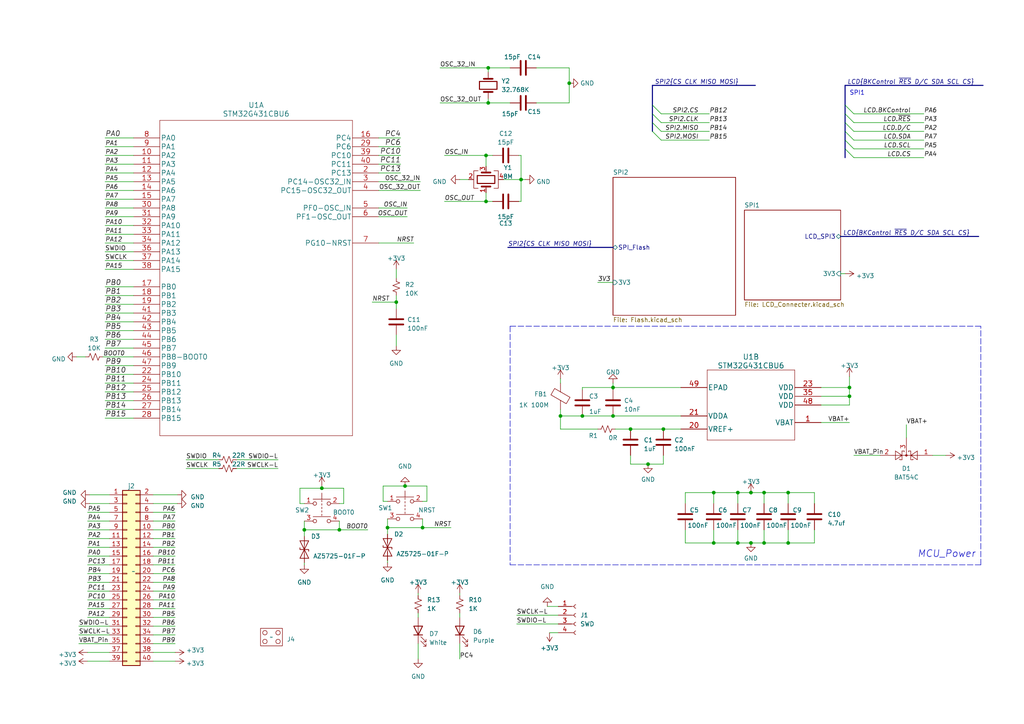
<source format=kicad_sch>
(kicad_sch (version 20230121) (generator eeschema)
  (paper "A4")
  (lib_symbols
    (symbol "BTB_0.8_2X20P_1"
      (property "Reference" "j" (at -1.905 23.495 0))
      (symbol "BTB_0.8_2X20P_1_1_1"
        (pin passive line (at -6.35 20.32 0) (length 3.81) (name "") (number "1"))
        (pin passive line (at 6.35 10.16 180) (length 3.81) (name "") (number "10"))
        (pin passive line (at -6.35 7.62 0) (length 3.81) (name "") (number "11"))
        (pin passive line (at 6.35 7.62 180) (length 3.81) (name "") (number "12"))
        (pin passive line (at -6.35 5.08 0) (length 3.81) (name "") (number "13"))
        (pin passive line (at 6.35 5.08 180) (length 3.81) (name "") (number "14"))
        (pin passive line (at -6.35 2.54 0) (length 3.81) (name "") (number "15"))
        (pin passive line (at 6.35 2.54 180) (length 3.81) (name "") (number "16"))
        (pin passive line (at -6.35 0 0) (length 3.81) (name "") (number "17"))
        (pin passive line (at 6.35 0 180) (length 3.81) (name "") (number "18"))
        (pin passive line (at -6.35 -2.54 0) (length 3.81) (name "") (number "19"))
        (pin passive line (at 6.35 20.32 180) (length 3.81) (name "") (number "2"))
        (pin passive line (at 6.35 -2.54 180) (length 3.81) (name "") (number "20"))
        (pin passive line (at -6.35 -5.08 0) (length 3.81) (name "") (number "21"))
        (pin passive line (at 6.35 -5.08 180) (length 3.81) (name "") (number "22"))
        (pin passive line (at -6.35 -7.62 0) (length 3.81) (name "") (number "23"))
        (pin passive line (at 6.35 -7.62 180) (length 3.81) (name "") (number "24"))
        (pin passive line (at -6.35 -10.16 0) (length 3.81) (name "") (number "25"))
        (pin passive line (at 6.35 -10.16 180) (length 3.81) (name "") (number "26"))
        (pin passive line (at -6.35 -12.7 0) (length 3.81) (name "") (number "27"))
        (pin passive line (at 6.35 -12.7 180) (length 3.81) (name "") (number "28"))
        (pin passive line (at -6.35 -15.24 0) (length 3.81) (name "") (number "29"))
        (pin passive line (at -6.35 17.78 0) (length 3.81) (name "") (number "3"))
        (pin passive line (at 6.35 -15.24 180) (length 3.81) (name "") (number "30"))
        (pin passive line (at -6.35 -17.78 0) (length 3.81) (name "") (number "31"))
        (pin passive line (at 6.35 -17.78 180) (length 3.81) (name "") (number "32"))
        (pin passive line (at -6.35 -20.32 0) (length 3.81) (name "") (number "33"))
        (pin passive line (at 6.35 -20.32 180) (length 3.81) (name "") (number "34"))
        (pin passive line (at -6.35 -22.86 0) (length 3.81) (name "") (number "35"))
        (pin passive line (at 6.35 -22.86 180) (length 3.81) (name "") (number "36"))
        (pin passive line (at -6.35 -25.4 0) (length 3.81) (name "") (number "37"))
        (pin passive line (at 6.35 -25.4 180) (length 3.81) (name "") (number "38"))
        (pin passive line (at -6.35 -27.94 0) (length 3.81) (name "") (number "39"))
        (pin passive line (at 6.35 17.78 180) (length 3.81) (name "") (number "4"))
        (pin passive line (at 6.35 -27.94 180) (length 3.81) (name "") (number "40"))
        (pin passive line (at -6.35 15.24 0) (length 3.81) (name "") (number "5"))
        (pin passive line (at 6.35 15.24 180) (length 3.81) (name "") (number "6"))
        (pin passive line (at -6.35 12.7 0) (length 3.81) (name "") (number "7"))
        (pin passive line (at 6.35 12.7 180) (length 3.81) (name "") (number "8"))
        (pin passive line (at -6.35 10.16 0) (length 3.81) (name "") (number "9"))
      )
    )
    (symbol "Connector:Conn_01x04_Female" (pin_names (offset 1.016) hide)
      (property "Reference" "J" (at 0 5.08 0))
      (property "Value" "Conn_01x04_Female" (at 0 -7.62 0))
      (symbol "Conn_01x04_Female_1_1"
        (pin passive line (at -5.08 2.54 0) (length 3.81) (name "Pin_1") (number "1"))
        (pin passive line (at -5.08 0 0) (length 3.81) (name "Pin_2") (number "2"))
        (pin passive line (at -5.08 -2.54 0) (length 3.81) (name "Pin_3") (number "3"))
        (pin passive line (at -5.08 -5.08 0) (length 3.81) (name "Pin_4") (number "4"))
      )
    )
    (symbol "Device:C" (pin_numbers hide) (pin_names (offset 0.254))
      (property "Reference" "C" (at 0.635 2.54 0))
      (property "Value" "C" (at 0.635 -2.54 0))
      (symbol "C_1_1"
        (pin passive line (at 0 3.81 270) (length 2.794) (name "~") (number "1"))
        (pin passive line (at 0 -3.81 90) (length 2.794) (name "~") (number "2"))
      )
    )
    (symbol "Device:Crystal" (pin_numbers hide) (pin_names (offset 1.016) hide)
      (property "Reference" "Y" (at 0 3.81 0))
      (property "Value" "Crystal" (at 0 -3.81 0))
      (symbol "Crystal_1_1"
        (pin passive line (at -3.81 0 0) (length 1.27) (name "1") (number "1"))
        (pin passive line (at 3.81 0 180) (length 1.27) (name "2") (number "2"))
      )
    )
    (symbol "Device:Crystal_GND24" (pin_names (offset 1.016) hide)
      (property "Reference" "Y" (at 3.175 5.08 0))
      (property "Value" "Crystal_GND24" (at 3.175 3.175 0))
      (symbol "Crystal_GND24_1_1"
        (pin passive line (at -3.81 0 0) (length 1.27) (name "1") (number "1"))
        (pin passive line (at 0 5.08 270) (length 1.27) (name "2") (number "2"))
        (pin passive line (at 3.81 0 180) (length 1.27) (name "3") (number "3"))
        (pin passive line (at 0 -5.08 90) (length 1.27) (name "4") (number "4"))
      )
    )
    (symbol "Device:FerriteBead" (pin_numbers hide) (pin_names (offset 0))
      (property "Reference" "FB" (at -3.81 0.635 90))
      (property "Value" "FerriteBead" (at 3.81 0 90))
      (symbol "FerriteBead_1_1"
        (pin passive line (at 0 3.81 270) (length 2.54) (name "~") (number "1"))
        (pin passive line (at 0 -3.81 90) (length 2.54) (name "~") (number "2"))
      )
    )
    (symbol "Device:LED" (pin_numbers hide) (pin_names (offset 1.016) hide)
      (property "Reference" "D" (at 0 2.54 0))
      (property "Value" "LED" (at 0 -2.54 0))
      (symbol "LED_1_1"
        (pin passive line (at -3.81 0 0) (length 2.54) (name "K") (number "1"))
        (pin passive line (at 3.81 0 180) (length 2.54) (name "A") (number "2"))
      )
    )
    (symbol "Device:R_Small_US" (pin_numbers hide) (pin_names (offset 0.254) hide)
      (property "Reference" "R" (at 0.762 0.508 0))
      (property "Value" "R_Small_US" (at 0.762 -1.016 0))
      (symbol "R_Small_US_1_1"
        (pin passive line (at 0 2.54 270) (length 1.016) (name "~") (number "1"))
        (pin passive line (at 0 -2.54 90) (length 1.016) (name "~") (number "2"))
      )
    )
    (symbol "Diode:BAT54C" (pin_names (offset 1.016))
      (property "Reference" "D" (at 0.635 -3.81 0))
      (property "Value" "BAT54C" (at -6.35 3.175 0))
      (symbol "BAT54C_1_1"
        (pin passive line (at -7.62 0 0) (length 3.81) (name "~") (number "1"))
        (pin passive line (at 7.62 0 180) (length 3.81) (name "~") (number "2"))
        (pin passive line (at 0 -5.08 90) (length 5.08) (name "~") (number "3"))
      )
    )
    (symbol "Diode:ESD9B3.3ST5G" (pin_numbers hide) (pin_names (offset 1.016) hide)
      (property "Reference" "D" (at 0 2.54 0))
      (property "Value" "ESD9B3.3ST5G" (at 0 -2.54 0))
      (symbol "ESD9B3.3ST5G_1_1"
        (pin passive line (at -3.81 0 0) (length 2.54) (name "A1") (number "1"))
        (pin passive line (at 3.81 0 180) (length 2.54) (name "A2") (number "2"))
      )
    )
    (symbol "PCM_4ms_Power-symbol:GND" (power) (pin_names (offset 0))
      (property "Value" "GND" (at 0 -3.81 0))
      (symbol "GND_1_1"
        (pin power_in line (at 0 0 270) (length 0) hide (name "GND") (number "1"))
      )
    )
    (symbol "Power_System:Outline"
      (property "Reference" "J" (at 0 0 0))
    )
    (symbol "Power_System:STM32G431CBU6" (pin_names (offset 0.254))
      (property "Reference" "U" (at 35.56 10.16 0))
      (property "Value" "STM32G431CBU6" (at 35.56 7.62 0))
      (symbol "STM32G431CBU6_1_1"
        (pin bidirectional line (at 0 -5.08 0) (length 7.62) (name "PA2") (number "10"))
        (pin bidirectional line (at 0 -7.62 0) (length 7.62) (name "PA3") (number "11"))
        (pin bidirectional line (at 0 -10.16 0) (length 7.62) (name "PA4") (number "12"))
        (pin bidirectional line (at 0 -12.7 0) (length 7.62) (name "PA5") (number "13"))
        (pin bidirectional line (at 0 -15.24 0) (length 7.62) (name "PA6") (number "14"))
        (pin bidirectional line (at 0 -17.78 0) (length 7.62) (name "PA7") (number "15"))
        (pin bidirectional line (at 71.12 0 180) (length 7.62) (name "PC4") (number "16"))
        (pin bidirectional line (at 0 -43.18 0) (length 7.62) (name "PB0") (number "17"))
        (pin bidirectional line (at 0 -45.72 0) (length 7.62) (name "PB1") (number "18"))
        (pin bidirectional line (at 0 -48.26 0) (length 7.62) (name "PB2") (number "19"))
        (pin bidirectional line (at 71.12 -10.16 180) (length 7.62) (name "PC13") (number "2"))
        (pin bidirectional line (at 0 -68.58 0) (length 7.62) (name "PB10") (number "22"))
        (pin bidirectional line (at 0 -71.12 0) (length 7.62) (name "PB11") (number "24"))
        (pin bidirectional line (at 0 -73.66 0) (length 7.62) (name "PB12") (number "25"))
        (pin bidirectional line (at 0 -76.2 0) (length 7.62) (name "PB13") (number "26"))
        (pin bidirectional line (at 0 -78.74 0) (length 7.62) (name "PB14") (number "27"))
        (pin bidirectional line (at 0 -81.28 0) (length 7.62) (name "PB15") (number "28"))
        (pin bidirectional line (at 71.12 -2.54 180) (length 7.62) (name "PC6") (number "29"))
        (pin bidirectional line (at 71.12 -12.7 180) (length 7.62) (name "PC14-OSC32_IN") (number "3"))
        (pin bidirectional line (at 0 -20.32 0) (length 7.62) (name "PA8") (number "30"))
        (pin bidirectional line (at 0 -22.86 0) (length 7.62) (name "PA9") (number "31"))
        (pin bidirectional line (at 0 -25.4 0) (length 7.62) (name "PA10") (number "32"))
        (pin bidirectional line (at 0 -27.94 0) (length 7.62) (name "PA11") (number "33"))
        (pin bidirectional line (at 0 -30.48 0) (length 7.62) (name "PA12") (number "34"))
        (pin bidirectional line (at 0 -33.02 0) (length 7.62) (name "PA13") (number "36"))
        (pin bidirectional line (at 0 -35.56 0) (length 7.62) (name "PA14") (number "37"))
        (pin bidirectional line (at 0 -38.1 0) (length 7.62) (name "PA15") (number "38"))
        (pin bidirectional line (at 71.12 -5.08 180) (length 7.62) (name "PC10") (number "39"))
        (pin bidirectional line (at 71.12 -15.24 180) (length 7.62) (name "PC15-OSC32_OUT") (number "4"))
        (pin bidirectional line (at 71.12 -7.62 180) (length 7.62) (name "PC11") (number "40"))
        (pin bidirectional line (at 0 -50.8 0) (length 7.62) (name "PB3") (number "41"))
        (pin bidirectional line (at 0 -53.34 0) (length 7.62) (name "PB4") (number "42"))
        (pin bidirectional line (at 0 -55.88 0) (length 7.62) (name "PB5") (number "43"))
        (pin bidirectional line (at 0 -58.42 0) (length 7.62) (name "PB6") (number "44"))
        (pin bidirectional line (at 0 -60.96 0) (length 7.62) (name "PB7") (number "45"))
        (pin bidirectional line (at 0 -63.5 0) (length 7.62) (name "PB8-BOOT0") (number "46"))
        (pin bidirectional line (at 0 -66.04 0) (length 7.62) (name "PB9") (number "47"))
        (pin bidirectional line (at 71.12 -20.32 180) (length 7.62) (name "PF0-OSC_IN") (number "5"))
        (pin bidirectional line (at 71.12 -22.86 180) (length 7.62) (name "PF1-OSC_OUT") (number "6"))
        (pin bidirectional line (at 71.12 -30.48 180) (length 7.62) (name "PG10-NRST") (number "7"))
        (pin bidirectional line (at 0 0 0) (length 7.62) (name "PA0") (number "8"))
        (pin bidirectional line (at 0 -2.54 0) (length 7.62) (name "PA1") (number "9"))
      )
      (symbol "STM32G431CBU6_2_1"
        (pin power_in line (at 0 -5.08 0) (length 7.62) (name "VBAT") (number "1"))
        (pin power_in line (at 0 -10.16 0) (length 7.62) (name "VREF+") (number "20"))
        (pin power_in line (at 40.64 -10.16 180) (length 7.62) (name "VDDA") (number "21"))
        (pin power_in line (at 40.64 0 180) (length 7.62) (name "VDD") (number "23"))
        (pin power_in line (at 40.64 -2.54 180) (length 7.62) (name "VDD") (number "35"))
        (pin power_in line (at 40.64 -5.08 180) (length 7.62) (name "VDD") (number "48"))
        (pin unspecified line (at 0 0 0) (length 7.62) (name "EPAD") (number "49"))
      )
    )
    (symbol "STM32G431CBU6_2" (pin_names (offset 0.254))
      (property "Reference" "U" (at 35.56 10.16 0))
      (property "Value" "STM32G431CBU6" (at 35.56 7.62 0))
      (symbol "STM32G431CBU6_2_1_1"
        (pin bidirectional line (at 0 -5.08 0) (length 7.62) (name "PA2") (number "10"))
        (pin bidirectional line (at 0 -7.62 0) (length 7.62) (name "PA3") (number "11"))
        (pin bidirectional line (at 0 -10.16 0) (length 7.62) (name "PA4") (number "12"))
        (pin bidirectional line (at 0 -12.7 0) (length 7.62) (name "PA5") (number "13"))
        (pin bidirectional line (at 0 -15.24 0) (length 7.62) (name "PA6") (number "14"))
        (pin bidirectional line (at 0 -17.78 0) (length 7.62) (name "PA7") (number "15"))
        (pin bidirectional line (at 71.12 0 180) (length 7.62) (name "PC4") (number "16"))
        (pin bidirectional line (at 0 -43.18 0) (length 7.62) (name "PB0") (number "17"))
        (pin bidirectional line (at 0 -45.72 0) (length 7.62) (name "PB1") (number "18"))
        (pin bidirectional line (at 0 -48.26 0) (length 7.62) (name "PB2") (number "19"))
        (pin bidirectional line (at 71.12 -10.16 180) (length 7.62) (name "PC13") (number "2"))
        (pin bidirectional line (at 0 -68.58 0) (length 7.62) (name "PB10") (number "22"))
        (pin bidirectional line (at 0 -71.12 0) (length 7.62) (name "PB11") (number "24"))
        (pin bidirectional line (at 0 -73.66 0) (length 7.62) (name "PB12") (number "25"))
        (pin bidirectional line (at 0 -76.2 0) (length 7.62) (name "PB13") (number "26"))
        (pin bidirectional line (at 0 -78.74 0) (length 7.62) (name "PB14") (number "27"))
        (pin bidirectional line (at 0 -81.28 0) (length 7.62) (name "PB15") (number "28"))
        (pin bidirectional line (at 71.12 -2.54 180) (length 7.62) (name "PC6") (number "29"))
        (pin bidirectional line (at 71.12 -12.7 180) (length 7.62) (name "PC14-OSC32_IN") (number "3"))
        (pin bidirectional line (at 0 -20.32 0) (length 7.62) (name "PA8") (number "30"))
        (pin bidirectional line (at 0 -22.86 0) (length 7.62) (name "PA9") (number "31"))
        (pin bidirectional line (at 0 -25.4 0) (length 7.62) (name "PA10") (number "32"))
        (pin bidirectional line (at 0 -27.94 0) (length 7.62) (name "PA11") (number "33"))
        (pin bidirectional line (at 0 -30.48 0) (length 7.62) (name "PA12") (number "34"))
        (pin bidirectional line (at 0 -33.02 0) (length 7.62) (name "PA13") (number "36"))
        (pin bidirectional line (at 0 -35.56 0) (length 7.62) (name "PA14") (number "37"))
        (pin bidirectional line (at 0 -38.1 0) (length 7.62) (name "PA15") (number "38"))
        (pin bidirectional line (at 71.12 -5.08 180) (length 7.62) (name "PC10") (number "39"))
        (pin bidirectional line (at 71.12 -15.24 180) (length 7.62) (name "PC15-OSC32_OUT") (number "4"))
        (pin bidirectional line (at 71.12 -7.62 180) (length 7.62) (name "PC11") (number "40"))
        (pin bidirectional line (at 0 -50.8 0) (length 7.62) (name "PB3") (number "41"))
        (pin bidirectional line (at 0 -53.34 0) (length 7.62) (name "PB4") (number "42"))
        (pin bidirectional line (at 0 -55.88 0) (length 7.62) (name "PB5") (number "43"))
        (pin bidirectional line (at 0 -58.42 0) (length 7.62) (name "PB6") (number "44"))
        (pin bidirectional line (at 0 -60.96 0) (length 7.62) (name "PB7") (number "45"))
        (pin bidirectional line (at 0 -63.5 0) (length 7.62) (name "PB8-BOOT0") (number "46"))
        (pin bidirectional line (at 0 -66.04 0) (length 7.62) (name "PB9") (number "47"))
        (pin bidirectional line (at 71.12 -20.32 180) (length 7.62) (name "PF0-OSC_IN") (number "5"))
        (pin bidirectional line (at 71.12 -22.86 180) (length 7.62) (name "PF1-OSC_OUT") (number "6"))
        (pin bidirectional line (at 71.12 -30.48 180) (length 7.62) (name "PG10-NRST") (number "7"))
        (pin bidirectional line (at 0 0 0) (length 7.62) (name "PA0") (number "8"))
        (pin bidirectional line (at 0 -2.54 0) (length 7.62) (name "PA1") (number "9"))
      )
      (symbol "STM32G431CBU6_2_2_1"
        (pin power_in line (at 40.64 -10.16 180) (length 7.62) (name "VBAT") (number "1"))
        (pin power_in line (at 0 -12.065 0) (length 7.62) (name "VREF+") (number "20"))
        (pin power_in line (at 0 -8.255 0) (length 7.62) (name "VDDA") (number "21"))
        (pin power_in line (at 40.64 0 180) (length 7.62) (name "VDD") (number "23"))
        (pin power_in line (at 40.64 -2.54 180) (length 7.62) (name "VDD") (number "35"))
        (pin power_in line (at 40.64 -5.08 180) (length 7.62) (name "VDD") (number "48"))
        (pin unspecified line (at 0 0 0) (length 7.62) (name "EPAD") (number "49"))
      )
    )
    (symbol "Switch:SW_Push_Dual" (pin_names (offset 1.016) hide)
      (property "Reference" "SW" (at 1.27 2.54 0))
      (property "Value" "SW_Push_Dual" (at 0 -6.858 0))
      (symbol "SW_Push_Dual_0_1"
        (pin passive line (at -5.08 0 0) (length 2.54) (name "1") (number "1"))
        (pin passive line (at 5.08 0 180) (length 2.54) (name "2") (number "2"))
        (pin passive line (at -5.08 -5.08 0) (length 2.54) (name "3") (number "3"))
        (pin passive line (at 5.08 -5.08 180) (length 2.54) (name "4") (number "4"))
      )
    )
    (symbol "power:+3V3" (power) (pin_names (offset 0))
      (property "Value" "+3V3" (at 0 3.556 0))
      (symbol "+3V3_1_1"
        (pin power_in line (at 0 0 90) (length 0) hide (name "+3V3") (number "1"))
      )
    )
    (symbol "power:GND" (power) (pin_names (offset 0))
      (property "Value" "GND" (at 0 -3.81 0))
      (symbol "GND_1_1"
        (pin power_in line (at 0 0 270) (length 0) hide (name "GND") (number "1"))
      )
    )
  )
  (junction (at 141.605 19.685))
  (junction (at 98.425 153.67))
  (junction (at 141.605 29.845))
  (junction (at 246.38 114.935))
  (junction (at 187.96 134.62))
  (junction (at 228.6 142.875))
  (junction (at 162.56 120.65))
  (junction (at 93.345 141.605))
  (junction (at 177.8 120.65))
  (junction (at 221.615 157.48))
  (junction (at 192.405 124.46))
  (junction (at 117.475 140.97))
  (junction (at 140.97 45.085))
  (junction (at 221.615 142.875))
  (junction (at 165.1 24.13))
  (junction (at 207.01 157.48))
  (junction (at 140.97 58.42))
  (junction (at 246.38 112.395))
  (junction (at 114.935 87.63))
  (junction (at 168.91 120.65))
  (junction (at 213.995 157.48))
  (junction (at 217.805 142.875))
  (junction (at 228.6 157.48))
  (junction (at 182.88 124.46))
  (junction (at 213.995 142.875))
  (junction (at 112.395 153.035))
  (junction (at 177.8 112.395))
  (junction (at 88.265 153.67))
  (junction (at 151.13 52.07))
  (junction (at 217.805 157.48))
  (junction (at 207.01 142.875))
  (junction (at 122.555 153.035))
  (bus_entry (at 189.23 30.48) (size 2.54 2.54))
  (bus_entry (at 245.11 38.1) (size 2.54 2.54))
  (bus_entry (at 245.11 40.64) (size 2.54 2.54))
  (bus_entry (at 189.23 38.1) (size 2.54 2.54))
  (bus_entry (at 245.11 35.56) (size 2.54 2.54))
  (bus_entry (at 245.11 33.02) (size 2.54 2.54))
  (bus_entry (at 245.11 43.18) (size 2.54 2.54))
  (bus_entry (at 189.23 33.02) (size 2.54 2.54))
  (bus_entry (at 189.23 35.56) (size 2.54 2.54))
  (bus_entry (at 245.11 30.48) (size 2.54 2.54))
  (wire (pts (xy 213.995 142.875) (xy 217.805 142.875)))
  (wire (pts (xy 98.425 153.67) (xy 88.265 153.67)))
  (wire (pts (xy 197.485 120.65) (xy 177.8 120.65)))
  (wire (pts (xy 182.88 124.46) (xy 192.405 124.46)))
  (wire (pts (xy 142.875 45.085) (xy 140.97 45.085)))
  (wire (pts (xy 31.75 166.37) (xy 25.4 166.37)))
  (wire (pts (xy 50.8 151.13) (xy 44.45 151.13)))
  (wire (pts (xy 127.635 19.685) (xy 141.605 19.685)))
  (wire (pts (xy 162.56 120.65) (xy 162.56 118.745)))
  (wire (pts (xy 228.6 153.67) (xy 228.6 157.48)))
  (wire (pts (xy 121.285 172.085) (xy 121.285 172.72)))
  (wire (pts (xy 31.75 176.53) (xy 25.4 176.53)))
  (wire (pts (xy 112.395 153.035) (xy 112.395 150.495)))
  (wire (pts (xy 44.45 181.61) (xy 50.8 181.61)))
  (wire (pts (xy 30.48 45.085) (xy 38.735 45.085)))
  (wire (pts (xy 161.925 180.975) (xy 149.86 180.975)))
  (wire (pts (xy 25.4 156.21) (xy 31.75 156.21)))
  (bus (pts (xy 245.11 24.765) (xy 285.115 24.765)))
  (wire (pts (xy 133.35 172.085) (xy 133.35 172.72)))
  (wire (pts (xy 207.01 153.67) (xy 207.01 157.48)))
  (wire (pts (xy 30.48 57.785) (xy 38.735 57.785)))
  (wire (pts (xy 192.405 134.62) (xy 192.405 132.08)))
  (wire (pts (xy 236.22 142.875) (xy 236.22 146.05)))
  (bus (pts (xy 245.11 33.02) (xy 245.11 35.56)))
  (wire (pts (xy 30.48 100.965) (xy 38.735 100.965)))
  (wire (pts (xy 123.825 145.415) (xy 123.825 140.97)))
  (wire (pts (xy 22.86 186.69) (xy 31.75 186.69)))
  (wire (pts (xy 109.855 45.085) (xy 116.205 45.085)))
  (wire (pts (xy 109.855 42.545) (xy 116.205 42.545)))
  (wire (pts (xy 22.225 103.505) (xy 24.765 103.505)))
  (wire (pts (xy 128.905 58.42) (xy 140.97 58.42)))
  (wire (pts (xy 165.1 24.13) (xy 165.1 29.845)))
  (wire (pts (xy 30.48 111.125) (xy 38.735 111.125)))
  (bus (pts (xy 147.32 71.755) (xy 177.8 71.755)))
  (wire (pts (xy 30.48 73.025) (xy 38.735 73.025)))
  (wire (pts (xy 30.48 118.745) (xy 38.735 118.745)))
  (wire (pts (xy 122.555 150.495) (xy 122.555 153.035)))
  (wire (pts (xy 177.8 112.395) (xy 197.485 112.395)))
  (wire (pts (xy 25.4 153.67) (xy 31.75 153.67)))
  (wire (pts (xy 50.8 168.91) (xy 44.45 168.91)))
  (wire (pts (xy 159.385 183.515) (xy 161.925 183.515)))
  (wire (pts (xy 88.265 153.67) (xy 88.265 151.13)))
  (wire (pts (xy 182.88 132.08) (xy 182.88 134.62)))
  (wire (pts (xy 112.395 154.94) (xy 112.395 153.035)))
  (wire (pts (xy 151.13 45.085) (xy 150.495 45.085)))
  (wire (pts (xy 142.875 58.42) (xy 140.97 58.42)))
  (wire (pts (xy 30.48 62.865) (xy 38.735 62.865)))
  (wire (pts (xy 30.48 47.625) (xy 38.735 47.625)))
  (wire (pts (xy 30.48 78.105) (xy 38.735 78.105)))
  (wire (pts (xy 118.11 60.325) (xy 109.855 60.325)))
  (wire (pts (xy 247.65 38.1) (xy 267.97 38.1)))
  (wire (pts (xy 191.77 40.64) (xy 205.74 40.64)))
  (wire (pts (xy 162.56 120.65) (xy 162.56 124.46)))
  (bus (pts (xy 243.84 68.58) (xy 283.845 68.58)))
  (wire (pts (xy 228.6 157.48) (xy 236.22 157.48)))
  (wire (pts (xy 86.995 141.605) (xy 86.995 146.05)))
  (wire (pts (xy 109.855 40.005) (xy 116.205 40.005)))
  (wire (pts (xy 30.48 85.725) (xy 38.735 85.725)))
  (bus (pts (xy 245.11 24.765) (xy 245.11 30.48)))
  (wire (pts (xy 30.48 90.805) (xy 38.735 90.805)))
  (wire (pts (xy 51.435 146.05) (xy 44.45 146.05)))
  (wire (pts (xy 25.4 161.29) (xy 31.75 161.29)))
  (wire (pts (xy 68.58 133.35) (xy 80.645 133.35)))
  (wire (pts (xy 207.01 142.875) (xy 213.995 142.875)))
  (bus (pts (xy 245.11 43.18) (xy 245.11 45.72)))
  (wire (pts (xy 44.45 171.45) (xy 50.8 171.45)))
  (bus (pts (xy 245.11 35.56) (xy 245.11 38.1)))
  (wire (pts (xy 121.285 177.8) (xy 121.285 179.07)))
  (bus (pts (xy 189.23 30.48) (xy 189.23 24.765)))
  (wire (pts (xy 177.8 111.125) (xy 177.8 112.395)))
  (wire (pts (xy 86.995 146.05) (xy 88.265 146.05)))
  (bus (pts (xy 189.23 24.765) (xy 219.075 24.765)))
  (wire (pts (xy 30.48 65.405) (xy 38.735 65.405)))
  (wire (pts (xy 30.48 95.885) (xy 38.735 95.885)))
  (wire (pts (xy 25.4 189.23) (xy 31.75 189.23)))
  (wire (pts (xy 141.605 28.575) (xy 141.605 29.845)))
  (wire (pts (xy 50.8 163.83) (xy 44.45 163.83)))
  (wire (pts (xy 25.4 148.59) (xy 31.75 148.59)))
  (wire (pts (xy 247.65 45.72) (xy 267.97 45.72)))
  (wire (pts (xy 30.48 83.185) (xy 38.735 83.185)))
  (wire (pts (xy 122.555 153.035) (xy 130.81 153.035)))
  (wire (pts (xy 238.125 114.935) (xy 246.38 114.935)))
  (wire (pts (xy 109.855 52.705) (xy 121.92 52.705)))
  (wire (pts (xy 111.125 140.97) (xy 111.125 145.415)))
  (wire (pts (xy 30.48 121.285) (xy 38.735 121.285)))
  (wire (pts (xy 187.96 134.62) (xy 192.405 134.62)))
  (wire (pts (xy 25.4 151.13) (xy 31.75 151.13)))
  (wire (pts (xy 152.4 52.07) (xy 151.13 52.07)))
  (wire (pts (xy 165.1 29.845) (xy 155.575 29.845)))
  (bus (pts (xy 245.11 38.1) (xy 245.11 40.64)))
  (wire (pts (xy 98.425 153.67) (xy 106.68 153.67)))
  (wire (pts (xy 217.805 157.48) (xy 221.615 157.48)))
  (wire (pts (xy 109.855 47.625) (xy 116.205 47.625)))
  (wire (pts (xy 50.8 184.15) (xy 44.45 184.15)))
  (wire (pts (xy 30.48 42.545) (xy 38.735 42.545)))
  (wire (pts (xy 50.8 158.75) (xy 44.45 158.75)))
  (wire (pts (xy 247.65 35.56) (xy 267.97 35.56)))
  (wire (pts (xy 30.48 113.665) (xy 38.735 113.665)))
  (wire (pts (xy 30.48 116.205) (xy 38.735 116.205)))
  (wire (pts (xy 177.8 81.915) (xy 173.355 81.915)))
  (wire (pts (xy 50.8 191.77) (xy 44.45 191.77)))
  (wire (pts (xy 217.805 142.875) (xy 221.615 142.875)))
  (wire (pts (xy 118.11 62.865) (xy 109.855 62.865)))
  (wire (pts (xy 30.48 60.325) (xy 38.735 60.325)))
  (wire (pts (xy 140.97 45.085) (xy 140.97 48.26)))
  (wire (pts (xy 236.22 157.48) (xy 236.22 153.67)))
  (wire (pts (xy 51.435 143.51) (xy 44.45 143.51)))
  (wire (pts (xy 207.01 157.48) (xy 213.995 157.48)))
  (wire (pts (xy 30.48 67.945) (xy 38.735 67.945)))
  (wire (pts (xy 30.48 40.005) (xy 38.735 40.005)))
  (wire (pts (xy 168.91 120.65) (xy 177.8 120.65)))
  (wire (pts (xy 161.925 178.435) (xy 149.86 178.435)))
  (wire (pts (xy 30.48 70.485) (xy 38.735 70.485)))
  (wire (pts (xy 22.86 184.15) (xy 31.75 184.15)))
  (wire (pts (xy 177.8 113.03) (xy 177.8 112.395)))
  (bus (pts (xy 245.11 30.48) (xy 245.11 33.02)))
  (wire (pts (xy 221.615 153.67) (xy 221.615 157.48)))
  (wire (pts (xy 99.695 146.05) (xy 99.695 141.605)))
  (wire (pts (xy 25.4 179.07) (xy 31.75 179.07)))
  (wire (pts (xy 246.38 109.22) (xy 246.38 112.395)))
  (wire (pts (xy 111.125 145.415) (xy 112.395 145.415)))
  (wire (pts (xy 221.615 157.48) (xy 228.6 157.48)))
  (wire (pts (xy 121.285 186.69) (xy 121.285 191.135)))
  (wire (pts (xy 30.48 106.045) (xy 38.735 106.045)))
  (wire (pts (xy 44.45 179.07) (xy 50.8 179.07)))
  (wire (pts (xy 25.4 168.91) (xy 31.75 168.91)))
  (wire (pts (xy 228.6 142.875) (xy 236.22 142.875)))
  (wire (pts (xy 213.995 153.67) (xy 213.995 157.48)))
  (wire (pts (xy 221.615 142.875) (xy 228.6 142.875)))
  (wire (pts (xy 141.605 29.845) (xy 147.955 29.845)))
  (wire (pts (xy 50.8 148.59) (xy 44.45 148.59)))
  (wire (pts (xy 151.13 52.07) (xy 151.13 58.42)))
  (wire (pts (xy 162.56 120.65) (xy 168.91 120.65)))
  (wire (pts (xy 117.475 140.97) (xy 123.825 140.97)))
  (wire (pts (xy 30.48 88.265) (xy 38.735 88.265)))
  (wire (pts (xy 228.6 142.875) (xy 228.6 146.05)))
  (wire (pts (xy 191.77 38.1) (xy 205.74 38.1)))
  (bus (pts (xy 189.23 35.56) (xy 189.23 33.02)))
  (wire (pts (xy 44.45 166.37) (xy 50.8 166.37)))
  (wire (pts (xy 25.4 173.99) (xy 31.75 173.99)))
  (wire (pts (xy 213.995 157.48) (xy 217.805 157.48)))
  (wire (pts (xy 109.855 70.485) (xy 120.015 70.485)))
  (wire (pts (xy 155.575 19.685) (xy 165.1 19.685)))
  (wire (pts (xy 50.8 173.99) (xy 44.45 173.99)))
  (wire (pts (xy 50.8 153.67) (xy 44.45 153.67)))
  (wire (pts (xy 238.125 112.395) (xy 246.38 112.395)))
  (wire (pts (xy 247.65 40.64) (xy 267.97 40.64)))
  (wire (pts (xy 238.125 117.475) (xy 246.38 117.475)))
  (wire (pts (xy 141.605 19.685) (xy 141.605 20.955)))
  (wire (pts (xy 198.755 142.875) (xy 207.01 142.875)))
  (wire (pts (xy 133.35 52.07) (xy 135.89 52.07)))
  (wire (pts (xy 30.48 55.245) (xy 38.735 55.245)))
  (wire (pts (xy 50.8 186.69) (xy 44.45 186.69)))
  (polyline (pts (xy 284.48 163.83) (xy 284.48 94.615)) (stroke (width 0) (type dash)))
  (wire (pts (xy 178.435 124.46) (xy 182.88 124.46)))
  (wire (pts (xy 151.13 52.07) (xy 146.05 52.07)))
  (wire (pts (xy 162.56 124.46) (xy 173.355 124.46)))
  (wire (pts (xy 93.345 140.97) (xy 93.345 141.605)))
  (wire (pts (xy 122.555 145.415) (xy 123.825 145.415)))
  (wire (pts (xy 141.605 19.685) (xy 147.955 19.685)))
  (wire (pts (xy 198.755 153.67) (xy 198.755 157.48)))
  (polyline (pts (xy 147.955 163.83) (xy 284.48 163.83)) (stroke (width 0) (type dash)))
  (wire (pts (xy 165.1 19.685) (xy 165.1 24.13)))
  (wire (pts (xy 86.995 141.605) (xy 93.345 141.605)))
  (wire (pts (xy 22.86 181.61) (xy 31.75 181.61)))
  (wire (pts (xy 53.975 133.35) (xy 63.5 133.35)))
  (wire (pts (xy 246.38 122.555) (xy 238.125 122.555)))
  (wire (pts (xy 25.4 191.77) (xy 31.75 191.77)))
  (wire (pts (xy 109.855 55.245) (xy 121.92 55.245)))
  (wire (pts (xy 247.65 132.08) (xy 255.27 132.08)))
  (wire (pts (xy 114.935 87.63) (xy 114.935 89.535)))
  (wire (pts (xy 247.65 33.02) (xy 267.97 33.02)))
  (wire (pts (xy 168.91 113.03) (xy 168.91 112.395)))
  (wire (pts (xy 168.91 112.395) (xy 177.8 112.395)))
  (wire (pts (xy 274.32 132.08) (xy 270.51 132.08)))
  (wire (pts (xy 133.35 177.8) (xy 133.35 179.07)))
  (wire (pts (xy 88.265 163.195) (xy 88.265 163.83)))
  (wire (pts (xy 68.58 135.89) (xy 80.645 135.89)))
  (wire (pts (xy 246.38 112.395) (xy 246.38 114.935)))
  (wire (pts (xy 158.75 175.895) (xy 161.925 175.895)))
  (wire (pts (xy 30.48 50.165) (xy 38.735 50.165)))
  (wire (pts (xy 122.555 153.035) (xy 112.395 153.035)))
  (wire (pts (xy 31.75 171.45) (xy 25.4 171.45)))
  (wire (pts (xy 162.56 111.125) (xy 162.56 109.855)))
  (wire (pts (xy 98.425 151.13) (xy 98.425 153.67)))
  (polyline (pts (xy 147.955 94.615) (xy 284.48 94.615)) (stroke (width 0) (type dash)))
  (wire (pts (xy 213.995 142.875) (xy 213.995 146.05)))
  (wire (pts (xy 133.35 186.69) (xy 133.35 191.135)))
  (wire (pts (xy 30.48 108.585) (xy 38.735 108.585)))
  (wire (pts (xy 29.845 103.505) (xy 38.735 103.505)))
  (wire (pts (xy 151.13 45.085) (xy 151.13 52.07)))
  (wire (pts (xy 88.265 155.575) (xy 88.265 153.67)))
  (wire (pts (xy 107.95 87.63) (xy 114.935 87.63)))
  (wire (pts (xy 262.89 123.19) (xy 262.89 127)))
  (wire (pts (xy 31.75 158.75) (xy 25.4 158.75)))
  (bus (pts (xy 189.23 38.1) (xy 189.23 35.56)))
  (wire (pts (xy 198.755 146.05) (xy 198.755 142.875)))
  (wire (pts (xy 30.48 75.565) (xy 38.735 75.565)))
  (wire (pts (xy 114.935 85.725) (xy 114.935 87.63)))
  (bus (pts (xy 245.11 40.64) (xy 245.11 43.18)))
  (wire (pts (xy 111.125 140.97) (xy 117.475 140.97)))
  (wire (pts (xy 192.405 124.46) (xy 197.485 124.46)))
  (wire (pts (xy 98.425 146.05) (xy 99.695 146.05)))
  (wire (pts (xy 93.345 141.605) (xy 99.695 141.605)))
  (polyline (pts (xy 147.955 94.615) (xy 147.955 163.83)) (stroke (width 0) (type dash)))
  (wire (pts (xy 191.77 35.56) (xy 205.74 35.56)))
  (wire (pts (xy 114.935 100.33) (xy 114.935 97.155)))
  (wire (pts (xy 127.635 29.845) (xy 141.605 29.845)))
  (wire (pts (xy 44.45 161.29) (xy 50.8 161.29)))
  (wire (pts (xy 44.45 156.21) (xy 50.8 156.21)))
  (wire (pts (xy 182.88 134.62) (xy 187.96 134.62)))
  (wire (pts (xy 207.01 142.875) (xy 207.01 146.05)))
  (wire (pts (xy 26.035 146.05) (xy 31.75 146.05)))
  (wire (pts (xy 30.48 52.705) (xy 38.735 52.705)))
  (wire (pts (xy 198.755 157.48) (xy 207.01 157.48)))
  (wire (pts (xy 246.38 114.935) (xy 246.38 117.475)))
  (wire (pts (xy 221.615 142.875) (xy 221.615 146.05)))
  (wire (pts (xy 151.13 58.42) (xy 150.495 58.42)))
  (wire (pts (xy 30.48 93.345) (xy 38.735 93.345)))
  (wire (pts (xy 114.935 78.105) (xy 114.935 80.645)))
  (wire (pts (xy 53.975 135.89) (xy 63.5 135.89)))
  (wire (pts (xy 109.855 50.165) (xy 116.205 50.165)))
  (wire (pts (xy 26.035 143.51) (xy 31.75 143.51)))
  (wire (pts (xy 44.45 176.53) (xy 50.8 176.53)))
  (bus (pts (xy 189.23 33.02) (xy 189.23 30.48)))
  (wire (pts (xy 30.48 98.425) (xy 38.735 98.425)))
  (wire (pts (xy 247.65 43.18) (xy 267.97 43.18)))
  (wire (pts (xy 140.97 55.88) (xy 140.97 58.42)))
  (wire (pts (xy 243.84 79.375) (xy 245.11 79.375)))
  (wire (pts (xy 128.905 45.085) (xy 140.97 45.085)))
  (wire (pts (xy 112.395 162.56) (xy 112.395 163.195)))
  (wire (pts (xy 31.75 163.83) (xy 25.4 163.83)))
  (wire (pts (xy 191.77 33.02) (xy 205.74 33.02)))
  (wire (pts (xy 50.8 189.23) (xy 44.45 189.23)))
  (text "MCU_Power" (at 266.065 161.925 0) (effects (font (size 2 2) italic) (justify left bottom)))
  (text "SPI1\n\n" (at 246.38 29.845 0) (effects (font (size 1.27 1.27)) (justify left bottom)))
  (label "PA4" (at 267.97 45.72 0) (effects (font italic)))
  (label "PA15" (at 25.4 176.53 0) (effects (font italic)))
  (label "PC11" (at 116.205 47.625 180) (effects (font (size 1.5 1.5) italic)))
  (label "PB9" (at 50.8 186.69 180) (effects (font italic)))
  (label "PB1" (at 30.48 85.725 0) (effects (font (size 1.5 1.5) italic)))
  (label "LCD.CS" (at 264.16 45.72 180) (effects (font italic)))
  (label "LCD.D{slash}C" (at 264.16 38.1 180) (effects (font italic)))
  (label "OSC_32_IN" (at 121.92 52.705 180))
  (label "PA7" (at 50.8 151.13 180) (effects (font italic)))
  (label "PA8" (at 30.48 60.325 0) (effects (font italic)))
  (label "VBAT_Pin" (at 247.65 132.08 0))
  (label "VBAT+" (at 262.89 123.19 0))
  (label "NRST" (at 120.015 70.485 180) (effects (font italic)))
  (label "PA15" (at 30.48 78.105 0) (effects (font italic)))
  (label "PA1" (at 25.4 158.75 0) (effects (font italic)))
  (label "LCD.SDA" (at 264.16 40.64 180) (effects (font italic)))
  (label "PA11" (at 50.8 176.53 180) (effects (font italic)))
  (label "PA9" (at 30.48 62.865 0) (effects (font italic)))
  (label "PA3" (at 30.48 47.625 0) (effects (font italic)))
  (label "PB10" (at 30.48 108.585 0) (effects (font (size 1.5 1.5) italic)))
  (label "PA7" (at 30.48 57.785 0) (effects (font italic)))
  (label "PC6" (at 50.8 166.37 180) (effects (font italic)))
  (label "OSC_OUT" (at 128.905 58.42 0) (effects (font italic)))
  (label "PA4" (at 25.4 151.13 0) (effects (font italic)))
  (label "PB2" (at 50.8 158.75 180) (effects (font italic)))
  (label "SPI2.MISO" (at 202.565 38.1 180) (effects (font italic)))
  (label "VBAT_Pin" (at 22.86 186.69 0))
  (label "PB9" (at 30.48 106.045 0) (effects (font (size 1.5 1.5) italic)))
  (label "PA4" (at 30.48 50.165 0) (effects (font italic)))
  (label "PB3" (at 30.48 90.805 0) (effects (font (size 1.5 1.5) italic)))
  (label "BOOT0" (at 36.195 103.505 180) (effects (font italic)))
  (label "PA11" (at 30.48 67.945 0) (effects (font italic)))
  (label "PA1" (at 30.48 42.545 0) (effects (font italic)))
  (label "PA5" (at 30.48 52.705 0) (effects (font italic)))
  (label "PC6" (at 116.205 42.545 180) (effects (font (size 1.5 1.5) italic)))
  (label "PB0" (at 50.8 153.67 180) (effects (font italic)))
  (label "SWDIO-L" (at 149.86 180.975 0))
  (label "PB4" (at 25.4 166.37 0) (effects (font italic)))
  (label "PC4" (at 116.205 40.005 180) (effects (font (size 1.5 1.5) italic)))
  (label "PC13" (at 25.4 163.83 0) (effects (font italic)))
  (label "3V3" (at 173.355 81.915 0) (effects (font italic)))
  (label "PC11" (at 25.4 171.45 0) (effects (font italic)))
  (label "PB6" (at 30.48 98.425 0) (effects (font (size 1.5 1.5) italic)))
  (label "OSC_32_IN" (at 127.635 19.685 0))
  (label "SWDIO" (at 53.975 133.35 0))
  (label "PA5" (at 267.97 43.18 0) (effects (font italic)))
  (label "OSC_32_OUT" (at 127.635 29.845 0))
  (label "PB0" (at 30.48 83.185 0) (effects (font (size 1.5 1.5) italic)))
  (label "SWDIO" (at 30.48 73.025 0))
  (label "SPI2{CS CLK MISO MOSI}" (at 189.865 24.765 0) (effects (font italic)))
  (label "OSC_IN" (at 128.905 45.085 0) (effects (font italic)))
  (label "OSC_IN" (at 118.11 60.325 180) (effects (font italic)))
  (label "PB15" (at 205.74 40.64 0) (effects (font italic)))
  (label "PA3" (at 267.97 35.56 0) (effects (font italic)))
  (label "VBAT+" (at 246.38 122.555 180))
  (label "SPI2.MOSI" (at 202.565 40.64 180) (effects (font italic)))
  (label "PA0" (at 30.48 40.005 0) (effects (font (size 1.5 1.5) italic)))
  (label "PB14" (at 30.48 118.745 0) (effects (font (size 1.5 1.5) italic)))
  (label "PB12" (at 205.74 33.02 0) (effects (font italic)))
  (label "PA2" (at 25.4 156.21 0) (effects (font italic)))
  (label "PB6" (at 50.8 181.61 180) (effects (font italic)))
  (label "PB14" (at 205.74 38.1 0) (effects (font italic)))
  (label "PB11" (at 50.8 163.83 180) (effects (font italic)))
  (label "SPI2.CS" (at 202.565 33.02 180) (effects (font italic)))
  (label "SWCLK" (at 30.48 75.565 0))
  (label "PA10" (at 50.8 173.99 180) (effects (font italic)))
  (label "PB2" (at 30.48 88.265 0) (effects (font (size 1.5 1.5) italic)))
  (label "PA12" (at 25.4 179.07 0) (effects (font italic)))
  (label "PA6" (at 50.8 148.59 180) (effects (font italic)))
  (label "PA9" (at 50.8 171.45 180) (effects (font italic)))
  (label "PB11" (at 30.48 111.125 0) (effects (font (size 1.5 1.5) italic)))
  (label "PB13" (at 205.74 35.56 0) (effects (font italic)))
  (label "PA6" (at 267.97 33.02 0) (effects (font italic)))
  (label "LCD.~{RES}" (at 264.16 35.56 180) (effects (font italic)))
  (label "PB3" (at 25.4 168.91 0) (effects (font italic)))
  (label "SWCLK-L" (at 22.86 184.15 0))
  (label "PB1" (at 50.8 156.21 180) (effects (font italic)))
  (label "PB12" (at 30.48 113.665 0) (effects (font (size 1.5 1.5) italic)))
  (label "LCD.SCL" (at 264.16 43.18 180) (effects (font italic)))
  (label "PA2" (at 267.97 38.1 0) (effects (font italic)))
  (label "BOOT0" (at 106.68 153.67 180) (effects (font italic)))
  (label "PC13" (at 116.205 50.165 180) (effects (font (size 1.5 1.5) italic)))
  (label "SPI2.CLK" (at 202.565 35.56 180) (effects (font italic)))
  (label "PA10" (at 30.48 65.405 0) (effects (font italic)))
  (label "PB7" (at 30.48 100.965 0) (effects (font (size 1.5 1.5) italic)))
  (label "PA2" (at 30.48 45.085 0) (effects (font italic)))
  (label "SWCLK-L" (at 149.86 178.435 0))
  (label "OSC_OUT" (at 118.11 62.865 180) (effects (font italic)))
  (label "NRST" (at 107.95 87.63 0) (effects (font italic)))
  (label "PB15" (at 30.48 121.285 0) (effects (font (size 1.5 1.5) italic)))
  (label "PA0" (at 25.4 161.29 0) (effects (font italic)))
  (label "PA12" (at 30.48 70.485 0) (effects (font italic)))
  (label "OSC_32_OUT" (at 121.92 55.245 180))
  (label "PC10" (at 25.4 173.99 0) (effects (font italic)))
  (label "PB5" (at 30.48 95.885 0) (effects (font (size 1.5 1.5) italic)))
  (label "PB7" (at 50.8 184.15 180) (effects (font italic)))
  (label "NRST" (at 130.81 153.035 180) (effects (font italic)))
  (label "LCD{BKControl ~{RES} D{slash}C SDA SCL CS}" (at 245.745 24.765 0) (effects (font italic)))
  (label "PA5" (at 25.4 148.59 0) (effects (font italic)))
  (label "SWCLK-L" (at 80.645 135.89 180))
  (label "PA6" (at 30.48 55.245 0) (effects (font italic)))
  (label "PA7" (at 267.97 40.64 0) (effects (font italic)))
  (label "PC4" (at 133.35 191.135 0))
  (label "SWDIO-L" (at 80.645 133.35 180))
  (label "SPI2{CS CLK MISO MOSI}" (at 147.32 71.755 0) (effects (font italic)))
  (label "LCD.BKControl" (at 264.16 33.02 180) (effects (font italic)))
  (label "PC10" (at 116.205 45.085 180) (effects (font (size 1.5 1.5) italic)))
  (label "PB5" (at 50.8 179.07 180) (effects (font italic)))
  (label "SWCLK" (at 53.975 135.89 0))
  (label "PB10" (at 50.8 161.29 180) (effects (font italic)))
  (label "LCD{BKControl ~{RES} D{slash}C SDA SCL CS}" (at 244.475 68.58 0) (effects (font italic)))
  (label "PA8" (at 50.8 168.91 180) (effects (font italic)))
  (label "SWDIO-L" (at 22.86 181.61 0))
  (label "PA3" (at 25.4 153.67 0) (effects (font italic)))
  (label "PB4" (at 30.48 93.345 0) (effects (font (size 1.5 1.5) italic)))
  (label "PB13" (at 30.48 116.205 0) (effects (font (size 1.5 1.5) italic)))
  (symbol (lib_id "PCM_4ms_Power-symbol:GND") (at 187.96 134.62 0) (unit 1)
    (property "Reference" "#PWR03" (effects hide))
    (property "Value" "GND" (at 187.96 139.065 0))
  )
  (symbol (lib_name "BTB_0.8_2X20P_1") (lib_id "Power_System:BTB_0.8_2X20P") (at 38.1 163.83 0) (unit 1)
    (property "Reference" "j2" (at 38.1 140.97 0))
    (property "Value" "~" (at 38.735 165.735 0))
    (property "Footprint" "Power_System:BTB_0.8_2X20P_F" (effects hide))
  )
  (symbol (lib_id "Device:LED") (at 133.35 182.88 90) (unit 1)
    (property "Reference" "D6" (at 137.16 183.1974 90) (effects (justify right)))
    (property "Value" "Purple" (at 137.16 185.7374 90) (effects (justify right)))
    (property "Footprint" "LED_SMD:LED_0402_1005Metric_Pad0.77x0.64mm_HandSolder" (effects hide))
  )
  (symbol (lib_id "PCM_4ms_Power-symbol:GND") (at 114.935 100.33 0) (unit 1)
    (property "Reference" "#PWR09" (effects hide))
    (property "Value" "GND" (at 114.935 105.41 0))
  )
  (symbol (lib_id "Device:C") (at 207.01 149.86 0) (unit 1)
    (property "Reference" "C6" (at 208.28 147.955 0) (effects (justify left)))
    (property "Value" "100nF" (at 207.645 152.4 0) (effects (justify left)))
    (property "Footprint" "Capacitor_SMD:C_0402_1005Metric" (effects hide))
  )
  (symbol (lib_id "PCM_4ms_Power-symbol:GND") (at 217.805 157.48 0) (unit 1)
    (property "Reference" "#PWR06" (effects hide))
    (property "Value" "GND" (at 217.805 161.925 0))
  )
  (symbol (lib_id "power:+3V3") (at 245.11 79.375 270) (unit 1)
    (property "Reference" "#PWR032" (effects hide))
    (property "Value" "+3V3" (at 248.285 80.01 90) (effects (justify left)))
  )
  (symbol (lib_id "Power_System:STM32G431CBU6") (at 38.735 40.005 0) (unit 1)
    (property "Reference" "U1" (at 74.295 30.48 0) (effects (font (size 1.524 1.524))))
    (property "Value" "STM32G431CBU6" (at 74.295 33.02 0) (effects (font (size 1.524 1.524))))
    (property "Footprint" "Power_System:STM32G431CBU6" (effects hide))
  )
  (symbol (lib_id "Switch:SW_Push_Dual") (at 93.345 146.05 0) (unit 1)
    (property "Reference" "SW2" (at 87.63 147.955 0))
    (property "Value" "BOOT0" (at 99.695 148.59 0))
    (property "Footprint" "Thorn_Library:SW_4P_3x4x2.5mm" (effects hide))
  )
  (symbol (lib_id "Device:C") (at 146.685 58.42 90) (unit 1)
    (property "Reference" "C13" (at 146.685 64.77 90))
    (property "Value" "15pF" (at 146.685 62.865 90))
    (property "Footprint" "Capacitor_SMD:C_0402_1005Metric" (effects hide))
  )
  (symbol (lib_id "PCM_4ms_Power-symbol:GND") (at 133.35 52.07 270) (unit 1)
    (property "Reference" "#PWR010" (effects hide))
    (property "Value" "GND" (at 129.54 52.705 90) (effects (justify right)))
  )
  (symbol (lib_name "STM32G431CBU6_2") (lib_id "Power_System:STM32G431CBU6") (at 197.485 112.395 0) (unit 2)
    (property "Reference" "U1" (at 217.805 103.505 0) (effects (font (size 1.524 1.524))))
    (property "Value" "STM32G431CBU6" (at 217.805 106.045 0) (effects (font (size 1.524 1.524))))
    (property "Footprint" "Power_System:STM32G431CBU6" (effects hide))
  )
  (symbol (lib_id "Device:C") (at 221.615 149.86 0) (unit 1)
    (property "Reference" "C8" (at 222.885 147.955 0) (effects (justify left)))
    (property "Value" "100nF" (at 222.25 152.4 0) (effects (justify left)))
    (property "Footprint" "Capacitor_SMD:C_0402_1005Metric" (effects hide))
  )
  (symbol (lib_id "Diode:BAT54C") (at 262.89 132.08 180) (unit 1)
    (property "Reference" "D1" (at 262.89 135.89 0))
    (property "Value" "BAT54C" (at 262.89 138.43 0))
    (property "Footprint" "PCM_4ms_Package_SOT:SOT-23" (effects hide))
    (property "Datasheet" "http://www.diodes.com/_files/datasheets/ds11005.pdf" (effects hide))
  )
  (symbol (lib_id "PCM_4ms_Power-symbol:GND") (at 152.4 52.07 90) (unit 1)
    (property "Reference" "#PWR011" (effects hide))
    (property "Value" "GND" (at 155.575 52.705 90) (effects (justify right)))
  )
  (symbol (lib_id "power:GND") (at 158.75 175.895 180) (unit 1)
    (property "Reference" "#PWR024" (effects hide))
    (property "Value" "GND" (at 158.75 170.18 0))
  )
  (symbol (lib_id "power:+3V3") (at 25.4 189.23 90) (unit 1)
    (property "Reference" "#PWR029" (effects hide))
    (property "Value" "+3V3" (at 22.225 189.865 90) (effects (justify left)))
  )
  (symbol (lib_id "Diode:ESD9B3.3ST5G") (at 88.265 159.385 90) (unit 1)
    (property "Reference" "D3" (at 90.17 155.575 90) (effects (justify right)))
    (property "Value" "AZ5725-01F-P " (at 90.805 161.29 90) (effects (justify right)))
    (property "Footprint" "Diode_SMD:D_0402_1005Metric" (effects hide))
  )
  (symbol (lib_id "Device:C") (at 177.8 116.84 0) (unit 1)
    (property "Reference" "C4" (at 180.975 116.205 0) (effects (justify left)))
    (property "Value" "10nF" (at 180.975 118.745 0) (effects (justify left)))
    (property "Footprint" "Capacitor_SMD:C_0402_1005Metric" (effects hide))
  )
  (symbol (lib_id "power:+3V3") (at 159.385 183.515 180) (unit 1)
    (property "Reference" "#PWR030" (effects hide))
    (property "Value" "+3V3" (at 159.385 187.96 0))
  )
  (symbol (lib_id "power:+3V3") (at 121.285 172.085 0) (unit 1)
    (property "Reference" "#PWR037" (effects hide))
    (property "Value" "+3V3" (at 121.285 168.91 0))
  )
  (symbol (lib_id "Connector:Conn_01x04_Female") (at 167.005 178.435 0) (unit 1)
    (property "Reference" "J1" (at 168.275 178.4349 0) (effects (justify left)))
    (property "Value" "SWD" (at 168.275 180.9749 0) (effects (justify left)))
    (property "Footprint" "Thorn_Library:Test_Dot" (effects hide))
  )
  (symbol (lib_id "Power_System:Outline") (at 78.74 184.785 0) (unit 1)
    (property "Reference" "J4" (at 83.185 185.42 0) (effects (justify left)))
    (property "Value" "~" (at 78.74 184.785 0))
    (property "Footprint" "Power_System:J" (effects hide))
  )
  (symbol (lib_id "Device:R_Small_US") (at 133.35 175.26 0) (unit 1)
    (property "Reference" "R10" (at 135.89 173.9899 0) (effects (justify left)))
    (property "Value" "1K" (at 135.89 176.5299 0) (effects (justify left)))
    (property "Footprint" "Resistor_SMD:R_0402_1005Metric" (effects hide))
  )
  (symbol (lib_id "PCM_4ms_Power-symbol:GND") (at 22.225 103.505 270) (unit 1)
    (property "Reference" "#PWR012" (effects hide))
    (property "Value" "GND" (at 19.05 104.14 90) (effects (justify right)))
  )
  (symbol (lib_id "power:GND") (at 165.1 24.13 90) (unit 1)
    (property "Reference" "#PWR013" (effects hide))
    (property "Value" "GND" (at 168.275 24.1299 90) (effects (justify right)))
  )
  (symbol (lib_id "power:GND") (at 51.435 143.51 90) (unit 1)
    (property "Reference" "#PWR026" (effects hide))
    (property "Value" "GND" (at 55.245 144.145 90) (effects (justify right)))
  )
  (symbol (lib_id "Diode:ESD9B3.3ST5G") (at 112.395 158.75 90) (unit 1)
    (property "Reference" "D2" (at 114.3 154.94 90) (effects (justify right)))
    (property "Value" "AZ5725-01F-P " (at 114.935 160.655 90) (effects (justify right)))
    (property "Footprint" "Diode_SMD:D_0402_1005Metric" (effects hide))
  )
  (symbol (lib_id "Device:C") (at 182.88 128.27 0) (unit 1)
    (property "Reference" "C1" (at 186.69 127.635 0) (effects (justify left)))
    (property "Value" "1uF" (at 186.69 130.175 0) (effects (justify left)))
    (property "Footprint" "Capacitor_SMD:C_0402_1005Metric" (effects hide))
  )
  (symbol (lib_id "Device:C") (at 236.22 149.86 0) (unit 1)
    (property "Reference" "C10" (at 240.03 149.225 0) (effects (justify left)))
    (property "Value" "4.7uf" (at 240.03 151.765 0) (effects (justify left)))
    (property "Footprint" "Capacitor_SMD:C_0402_1005Metric" (effects hide))
  )
  (symbol (lib_id "power:+3V3") (at 133.35 172.085 0) (unit 1)
    (property "Reference" "#PWR033" (effects hide))
    (property "Value" "+3V3" (at 133.35 168.91 0))
  )
  (symbol (lib_id "Device:Crystal") (at 141.605 24.765 90) (unit 1)
    (property "Reference" "Y2" (at 145.415 23.4949 90) (effects (justify right)))
    (property "Value" "32.768K" (at 145.415 26.0349 90) (effects (justify right)))
    (property "Footprint" "Crystal:Crystal_SMD_2012-2Pin_2.0x1.2mm_HandSoldering" (effects hide))
  )
  (symbol (lib_id "power:+3V3") (at 162.56 109.855 0) (unit 1)
    (property "Reference" "#PWR02" (effects hide))
    (property "Value" "+3V3" (at 162.56 106.68 0))
  )
  (symbol (lib_id "Device:R_Small_US") (at 27.305 103.505 90) (unit 1)
    (property "Reference" "R3" (at 27.305 98.425 90))
    (property "Value" "10K" (at 27.305 100.965 90))
    (property "Footprint" "Resistor_SMD:R_0402_1005Metric" (effects hide))
  )
  (symbol (lib_id "power:GND") (at 51.435 146.05 90) (unit 1)
    (property "Reference" "#PWR027" (effects hide))
    (property "Value" "GND" (at 55.245 146.685 90) (effects (justify right)))
  )
  (symbol (lib_id "Device:C") (at 151.765 19.685 90) (unit 1)
    (property "Reference" "C14" (at 154.94 16.51 90))
    (property "Value" "15pF" (at 148.59 16.51 90))
    (property "Footprint" "Capacitor_SMD:C_0402_1005Metric_Pad0.74x0.62mm_HandSolder" (effects hide))
  )
  (symbol (lib_id "power:+3V3") (at 217.805 142.875 0) (unit 1)
    (property "Reference" "#PWR07" (effects hide))
    (property "Value" "+3V3" (at 217.805 139.7 0))
  )
  (symbol (lib_id "power:+3V3") (at 25.4 191.77 90) (unit 1)
    (property "Reference" "#PWR028" (effects hide))
    (property "Value" "+3V3" (at 22.225 192.405 90) (effects (justify left)))
  )
  (symbol (lib_id "Device:C") (at 228.6 149.86 0) (unit 1)
    (property "Reference" "C9" (at 229.87 147.955 0) (effects (justify left)))
    (property "Value" "100nF" (at 229.235 152.4 0) (effects (justify left)))
    (property "Footprint" "Capacitor_SMD:C_0402_1005Metric" (effects hide))
  )
  (symbol (lib_id "Device:C") (at 151.765 29.845 90) (unit 1)
    (property "Reference" "C15" (at 154.94 32.385 90))
    (property "Value" "15pF" (at 147.955 33.02 90))
    (property "Footprint" "Capacitor_SMD:C_0402_1005Metric_Pad0.74x0.62mm_HandSolder" (effects hide))
  )
  (symbol (lib_id "Device:R_Small_US") (at 66.04 133.35 90) (unit 1)
    (property "Reference" "R4" (at 62.865 132.08 90))
    (property "Value" "22R" (at 69.215 132.08 90))
    (property "Footprint" "Resistor_SMD:R_0402_1005Metric" (effects hide))
  )
  (symbol (lib_id "power:+3V3") (at 114.935 78.105 0) (unit 1)
    (property "Reference" "#PWR08" (effects hide))
    (property "Value" "+3V3" (at 114.935 74.93 0))
  )
  (symbol (lib_id "power:GND") (at 88.265 163.83 0) (unit 1)
    (property "Reference" "#PWR017" (effects hide))
    (property "Value" "GND" (at 88.265 168.91 0))
  )
  (symbol (lib_id "PCM_4ms_Power-symbol:GND") (at 177.8 111.125 180) (unit 1)
    (property "Reference" "#PWR04" (effects hide))
    (property "Value" "GND" (at 177.8 107.95 0))
  )
  (symbol (lib_id "Device:R_Small_US") (at 121.285 175.26 0) (unit 1)
    (property "Reference" "R13" (at 123.825 173.9899 0) (effects (justify left)))
    (property "Value" "1K" (at 123.825 176.5299 0) (effects (justify left)))
    (property "Footprint" "Resistor_SMD:R_0402_1005Metric" (effects hide))
  )
  (symbol (lib_id "Device:R_Small_US") (at 114.935 83.185 0) (unit 1)
    (property "Reference" "R2" (at 117.475 82.55 0) (effects (justify left)))
    (property "Value" "10K" (at 117.475 85.09 0) (effects (justify left)))
    (property "Footprint" "Resistor_SMD:R_0402_1005Metric" (effects hide))
  )
  (symbol (lib_id "Switch:SW_Push_Dual") (at 117.475 145.415 0) (unit 1)
    (property "Reference" "SW1" (at 111.76 147.32 0))
    (property "Value" "NRST" (at 123.825 147.955 0))
    (property "Footprint" "Thorn_Library:SW_4P_3x4x2.5mm" (effects hide))
  )
  (symbol (lib_id "Device:C") (at 192.405 128.27 0) (unit 1)
    (property "Reference" "C2" (at 195.58 127.635 0) (effects (justify left)))
    (property "Value" "100nF" (at 195.58 130.175 0) (effects (justify left)))
    (property "Footprint" "Capacitor_SMD:C_0402_1005Metric" (effects hide))
  )
  (symbol (lib_id "power:+3V3") (at 50.8 191.77 270) (unit 1)
    (property "Reference" "#PWR023" (effects hide))
    (property "Value" "+3V3" (at 53.975 192.405 90) (effects (justify left)))
  )
  (symbol (lib_id "power:+3V3") (at 246.38 109.22 0) (unit 1)
    (property "Reference" "#PWR05" (effects hide))
    (property "Value" "+3V3" (at 246.38 106.045 0))
  )
  (symbol (lib_id "Device:FerriteBead") (at 162.56 114.935 0) (unit 1)
    (property "Reference" "FB1" (at 154.94 114.3 0) (effects (justify left)))
    (property "Value" "1K 100M" (at 150.495 117.475 0) (effects (justify left)))
    (property "Footprint" "Inductor_SMD:L_0402_1005Metric" (effects hide))
  )
  (symbol (lib_id "power:GND") (at 112.395 163.195 0) (unit 1)
    (property "Reference" "#PWR016" (effects hide))
    (property "Value" "GND" (at 112.395 168.275 0))
  )
  (symbol (lib_id "Device:R_Small_US") (at 66.04 135.89 90) (unit 1)
    (property "Reference" "R5" (at 62.865 134.62 90))
    (property "Value" "22R" (at 69.215 134.62 90))
    (property "Footprint" "Resistor_SMD:R_0402_1005Metric" (effects hide))
  )
  (symbol (lib_id "power:+3V3") (at 50.8 189.23 270) (unit 1)
    (property "Reference" "#PWR025" (effects hide))
    (property "Value" "+3V3" (at 53.975 188.595 90) (effects (justify left)))
  )
  (symbol (lib_id "power:GND") (at 26.035 146.05 270) (unit 1)
    (property "Reference" "#PWR043" (effects hide))
    (property "Value" "GND" (at 22.225 145.415 90) (effects (justify right)))
  )
  (symbol (lib_id "Device:R_Small_US") (at 175.895 124.46 90) (unit 1)
    (property "Reference" "R1" (at 172.085 126.365 90))
    (property "Value" "0R" (at 177.8 127 90))
    (property "Footprint" "Resistor_SMD:R_0402_1005Metric" (effects hide))
  )
  (symbol (lib_id "Device:C") (at 168.91 116.84 0) (unit 1)
    (property "Reference" "C3" (at 170.815 114.935 0) (effects (justify left)))
    (property "Value" "1uF" (at 170.815 119.38 0) (effects (justify left)))
    (property "Footprint" "Capacitor_SMD:C_0402_1005Metric" (effects hide))
  )
  (symbol (lib_id "Device:C") (at 213.995 149.86 0) (unit 1)
    (property "Reference" "C7" (at 215.265 147.955 0) (effects (justify left)))
    (property "Value" "100nF" (at 214.63 152.4 0) (effects (justify left)))
    (property "Footprint" "Capacitor_SMD:C_0402_1005Metric" (effects hide))
  )
  (symbol (lib_id "power:GND") (at 26.035 143.51 270) (unit 1)
    (property "Reference" "#PWR044" (effects hide))
    (property "Value" "GND" (at 22.225 142.875 90) (effects (justify right)))
  )
  (symbol (lib_id "Device:Crystal_GND24") (at 140.97 52.07 90) (unit 1)
    (property "Reference" "Y1" (at 147.32 48.6411 90))
    (property "Value" "8M" (at 147.32 51.1811 90))
    (property "Footprint" "Crystal:Crystal_SMD_3225-4Pin_3.2x2.5mm" (effects hide))
  )
  (symbol (lib_id "power:GND") (at 117.475 140.97 180) (unit 1)
    (property "Reference" "#PWR014" (effects hide))
    (property "Value" "GND" (at 117.475 135.255 0))
  )
  (symbol (lib_id "power:+3V3") (at 274.32 132.08 270) (unit 1)
    (property "Reference" "#PWR01" (effects hide))
    (property "Value" "+3V3" (at 277.495 132.715 90) (effects (justify left)))
  )
  (symbol (lib_id "power:+3V3") (at 93.345 140.97 0) (unit 1)
    (property "Reference" "#PWR015" (effects hide))
    (property "Value" "+3V3" (at 93.345 137.795 0))
  )
  (symbol (lib_id "Device:C") (at 114.935 93.345 0) (unit 1)
    (property "Reference" "C11" (at 118.11 92.71 0) (effects (justify left)))
    (property "Value" "100nF" (at 118.11 95.25 0) (effects (justify left)))
    (property "Footprint" "Capacitor_SMD:C_0402_1005Metric" (effects hide))
  )
  (symbol (lib_id "power:GND") (at 121.285 191.135 0) (unit 1)
    (property "Reference" "#PWR038" (effects hide))
    (property "Value" "GND" (at 121.285 196.215 0))
  )
  (symbol (lib_id "Device:LED") (at 121.285 182.88 90) (unit 1)
    (property "Reference" "D7" (at 124.46 183.8325 90) (effects (justify right)))
    (property "Value" "White" (at 124.46 186.3725 90) (effects (justify right)))
    (property "Footprint" "LED_SMD:LED_0402_1005Metric_Pad0.77x0.64mm_HandSolder" (effects hide))
  )
  (symbol (lib_id "Device:C") (at 198.755 149.86 0) (unit 1)
    (property "Reference" "C5" (at 200.025 147.955 0) (effects (justify left)))
    (property "Value" "100nF" (at 199.39 152.4 0) (effects (justify left)))
    (property "Footprint" "Capacitor_SMD:C_0402_1005Metric" (effects hide))
  )
  (symbol (lib_id "Device:C") (at 146.685 45.085 90) (unit 1)
    (property "Reference" "C12" (at 146.685 38.735 90))
    (property "Value" "15pF" (at 146.685 41.275 90))
    (property "Footprint" "Capacitor_SMD:C_0402_1005Metric" (effects hide))
  )
  (sheet (at 215.9 60.96) (size 27.94 26.035) (stroke (width 0.1524))
    (property "Sheetname" "SPI1" (at 215.9 60.2484 0) (effects (justify left bottom)))
    (property "Sheetfile" "LCD_Connecter.kicad_sch" (at 215.9 87.5796 0) (effects (justify left top)))
    (pin "LCD_SPI3" bidirectional (at 243.84 68.58 0))
    (pin "3V3" input (at 243.84 79.375 0))
  )
  (sheet (at 177.8 51.435) (size 35.56 40.005) (stroke (width 0.1524))
    (property "Sheetname" "SPI2" (at 177.8 50.7234 0) (effects (justify left bottom)))
    (property "Sheetfile" "Flash.kicad_sch" (at 177.8 92.0246 0) (effects (justify left top)))
    (pin "3V3" input (at 177.8 81.915 180))
    (pin "SPI_Flash" bidirectional (at 177.8 71.755 180))
  )
)
</source>
